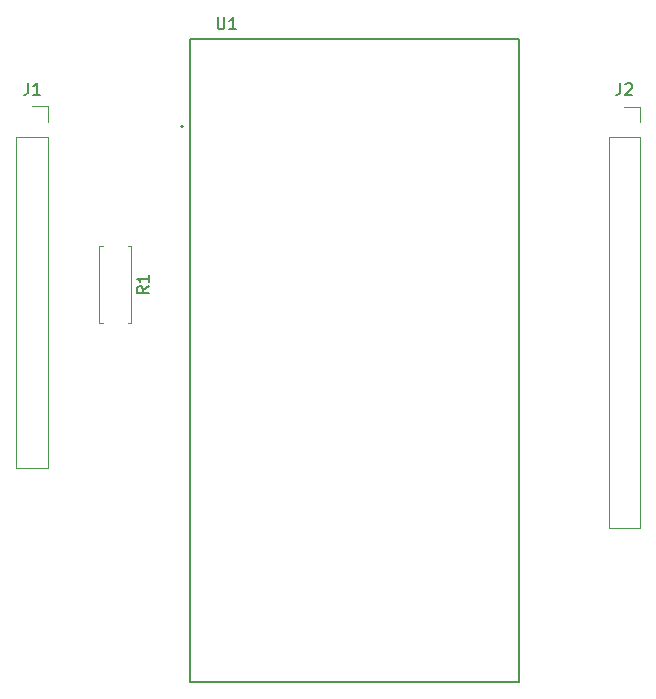
<source format=gbr>
%TF.GenerationSoftware,KiCad,Pcbnew,8.0.8*%
%TF.CreationDate,2025-04-08T16:29:26-04:00*%
%TF.ProjectId,ESP32PCB,45535033-3250-4434-922e-6b696361645f,rev?*%
%TF.SameCoordinates,Original*%
%TF.FileFunction,Legend,Top*%
%TF.FilePolarity,Positive*%
%FSLAX46Y46*%
G04 Gerber Fmt 4.6, Leading zero omitted, Abs format (unit mm)*
G04 Created by KiCad (PCBNEW 8.0.8) date 2025-04-08 16:29:26*
%MOMM*%
%LPD*%
G01*
G04 APERTURE LIST*
%ADD10C,0.150000*%
%ADD11C,0.120000*%
%ADD12C,0.127000*%
%ADD13C,0.200000*%
G04 APERTURE END LIST*
D10*
X152774819Y-58606666D02*
X152298628Y-58939999D01*
X152774819Y-59178094D02*
X151774819Y-59178094D01*
X151774819Y-59178094D02*
X151774819Y-58797142D01*
X151774819Y-58797142D02*
X151822438Y-58701904D01*
X151822438Y-58701904D02*
X151870057Y-58654285D01*
X151870057Y-58654285D02*
X151965295Y-58606666D01*
X151965295Y-58606666D02*
X152108152Y-58606666D01*
X152108152Y-58606666D02*
X152203390Y-58654285D01*
X152203390Y-58654285D02*
X152251009Y-58701904D01*
X152251009Y-58701904D02*
X152298628Y-58797142D01*
X152298628Y-58797142D02*
X152298628Y-59178094D01*
X152774819Y-57654285D02*
X152774819Y-58225713D01*
X152774819Y-57939999D02*
X151774819Y-57939999D01*
X151774819Y-57939999D02*
X151917676Y-58035237D01*
X151917676Y-58035237D02*
X152012914Y-58130475D01*
X152012914Y-58130475D02*
X152060533Y-58225713D01*
X158608626Y-35818567D02*
X158608626Y-36628403D01*
X158608626Y-36628403D02*
X158656263Y-36723678D01*
X158656263Y-36723678D02*
X158703901Y-36771316D01*
X158703901Y-36771316D02*
X158799175Y-36818953D01*
X158799175Y-36818953D02*
X158989725Y-36818953D01*
X158989725Y-36818953D02*
X159085000Y-36771316D01*
X159085000Y-36771316D02*
X159132637Y-36723678D01*
X159132637Y-36723678D02*
X159180275Y-36628403D01*
X159180275Y-36628403D02*
X159180275Y-35818567D01*
X160180660Y-36818953D02*
X159609011Y-36818953D01*
X159894836Y-36818953D02*
X159894836Y-35818567D01*
X159894836Y-35818567D02*
X159799561Y-35961479D01*
X159799561Y-35961479D02*
X159704286Y-36056754D01*
X159704286Y-36056754D02*
X159609011Y-36104392D01*
X192706666Y-41388819D02*
X192706666Y-42103104D01*
X192706666Y-42103104D02*
X192659047Y-42245961D01*
X192659047Y-42245961D02*
X192563809Y-42341200D01*
X192563809Y-42341200D02*
X192420952Y-42388819D01*
X192420952Y-42388819D02*
X192325714Y-42388819D01*
X193135238Y-41484057D02*
X193182857Y-41436438D01*
X193182857Y-41436438D02*
X193278095Y-41388819D01*
X193278095Y-41388819D02*
X193516190Y-41388819D01*
X193516190Y-41388819D02*
X193611428Y-41436438D01*
X193611428Y-41436438D02*
X193659047Y-41484057D01*
X193659047Y-41484057D02*
X193706666Y-41579295D01*
X193706666Y-41579295D02*
X193706666Y-41674533D01*
X193706666Y-41674533D02*
X193659047Y-41817390D01*
X193659047Y-41817390D02*
X193087619Y-42388819D01*
X193087619Y-42388819D02*
X193706666Y-42388819D01*
X142566666Y-41364819D02*
X142566666Y-42079104D01*
X142566666Y-42079104D02*
X142519047Y-42221961D01*
X142519047Y-42221961D02*
X142423809Y-42317200D01*
X142423809Y-42317200D02*
X142280952Y-42364819D01*
X142280952Y-42364819D02*
X142185714Y-42364819D01*
X143566666Y-42364819D02*
X142995238Y-42364819D01*
X143280952Y-42364819D02*
X143280952Y-41364819D01*
X143280952Y-41364819D02*
X143185714Y-41507676D01*
X143185714Y-41507676D02*
X143090476Y-41602914D01*
X143090476Y-41602914D02*
X142995238Y-41650533D01*
D11*
%TO.C,R1*%
X148580000Y-55170000D02*
X148580000Y-61710000D01*
X148580000Y-61710000D02*
X148910000Y-61710000D01*
X148910000Y-55170000D02*
X148580000Y-55170000D01*
X150990000Y-55170000D02*
X151320000Y-55170000D01*
X151320000Y-55170000D02*
X151320000Y-61710000D01*
X151320000Y-61710000D02*
X150990000Y-61710000D01*
D12*
%TO.C,U1*%
X156250000Y-37660000D02*
X184150000Y-37660000D01*
X156250000Y-92060000D02*
X156250000Y-37660000D01*
X184150000Y-37660000D02*
X184150000Y-92060000D01*
X184150000Y-92060000D02*
X156250000Y-92060000D01*
D13*
X155700000Y-45050000D02*
G75*
G02*
X155500000Y-45050000I-100000J0D01*
G01*
X155500000Y-45050000D02*
G75*
G02*
X155700000Y-45050000I100000J0D01*
G01*
D11*
%TO.C,J2*%
X191710000Y-45974000D02*
X191710000Y-79054000D01*
X191710000Y-45974000D02*
X194370000Y-45974000D01*
X191710000Y-79054000D02*
X194370000Y-79054000D01*
X193040000Y-43374000D02*
X194370000Y-43374000D01*
X194370000Y-43374000D02*
X194370000Y-44704000D01*
X194370000Y-45974000D02*
X194370000Y-79054000D01*
%TO.C,J1*%
X141570000Y-45950000D02*
X141570000Y-73950000D01*
X141570000Y-45950000D02*
X144230000Y-45950000D01*
X141570000Y-73950000D02*
X144230000Y-73950000D01*
X142900000Y-43350000D02*
X144230000Y-43350000D01*
X144230000Y-43350000D02*
X144230000Y-44680000D01*
X144230000Y-45950000D02*
X144230000Y-73950000D01*
%TD*%
M02*

</source>
